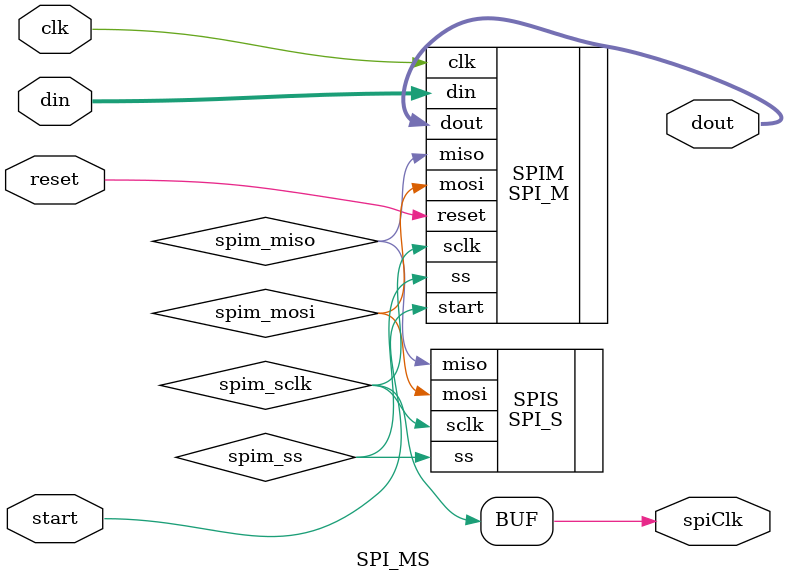
<source format=sv>
module SPI_MS
(
  input wire clk,
  input wire reset,
  input wire start,
  input wire [7:0] din,
  output wire [7:0] dout,
  output wire spiClk
);

  wire spim_miso;
  wire spim_mosi;
  wire spim_sclk;
  wire spim_ss;

  SPI_M SPIM
  (
    .din(din),
    .start(start),
    .clk(clk),
    .reset(reset),
    .miso(spim_miso),
    .mosi(spim_mosi),
    .sclk(spim_sclk),
    .ss(spim_ss),
    .dout(dout)
  );
  
  
  SPI_S SPIS
  (
    .sclk(spim_sclk),
    .mosi(spim_mosi),
    .ss(spim_ss),
    .miso(spim_miso)
  );
  
  assign spiClk = spim_sclk;;
  
endmodule
</source>
